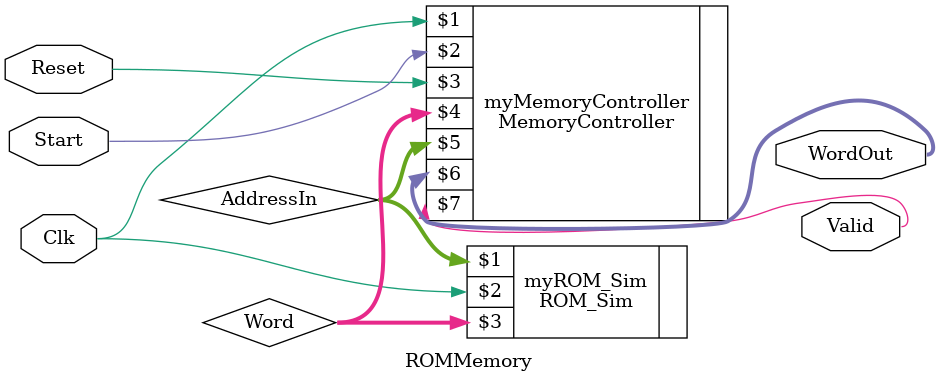
<source format=v>
/* +------------------------------------------------------------------------------------------------------+
   | Module: ROMMemory                                                                                    |   
   | Input:  Clk,Reset,Start                                                                              |
	| Output: WordOut,Valid                                                                                |
	|This module reads and sends out the credentials of valid ID and Passwords allowed to play this game   |                        
	+------------------------------------------------------------------------------------------------------+ */
`timescale 1ns/1ns
module  ROMMemory(Clk,Reset,Start,WordOut,Valid);
  input  Clk,Start,Reset;
  output [31:0] WordOut;
  output Valid;
  
  wire [31:0] Word;
  wire [4:0] AddressIn;
    //Memory controller to read word by word of the creditials of authentic users stored in the ROM
    MemoryController myMemoryController (Clk,Start,Reset,Word,AddressIn,WordOut,Valid);
	 //ROM where the credentials are stored
    ROM_Sim myROM_Sim (AddressIn,Clk,Word);

endmodule

</source>
